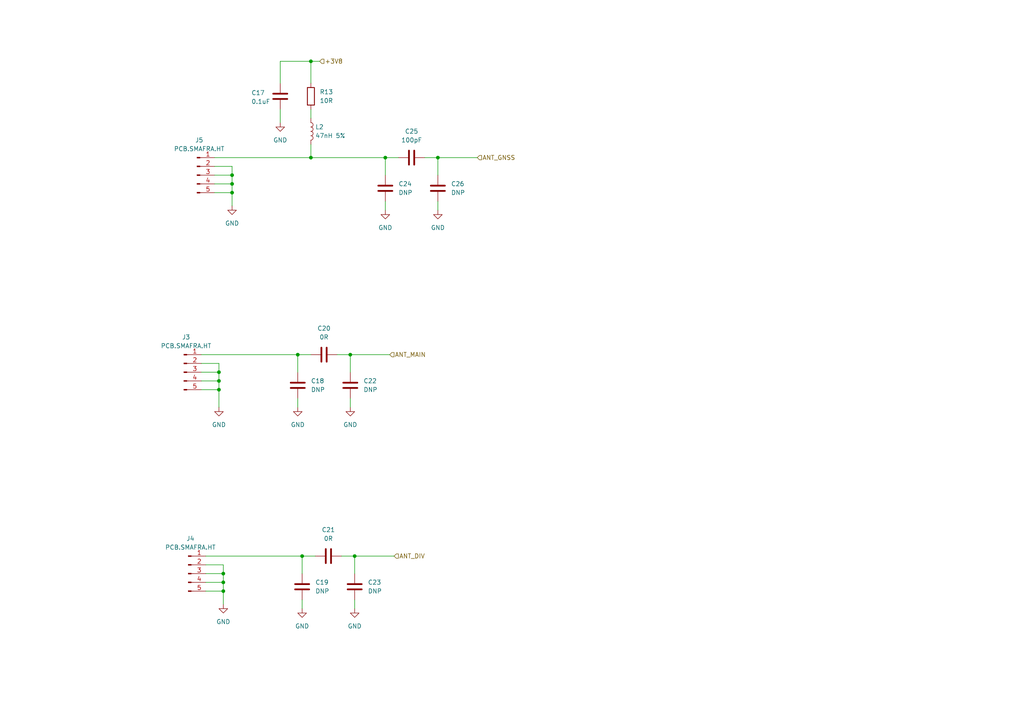
<source format=kicad_sch>
(kicad_sch (version 20231120) (generator "eeschema") (generator_version "7.99")
  (paper "A4")
  (lib_symbols
    (symbol "Connector:Conn_01x05_Pin" (pin_names (offset 1.016) hide)
      (property "Reference" "J" (at 0 7.62 0))
      (property "Value" "Conn_01x05_Pin" (at 0 -7.62 0))
      (symbol "Conn_01x05_Pin_1_1"
        (polyline (pts (xy 1.27 -5.08) (xy 0.8636 -5.08)) (stroke (width 0.1524)))
        (polyline (pts (xy 1.27 -2.54) (xy 0.8636 -2.54)) (stroke (width 0.1524)))
        (polyline (pts (xy 1.27 0) (xy 0.8636 0)) (stroke (width 0.1524)))
        (polyline (pts (xy 1.27 2.54) (xy 0.8636 2.54)) (stroke (width 0.1524)))
        (polyline (pts (xy 1.27 5.08) (xy 0.8636 5.08)) (stroke (width 0.1524)))
        (rectangle (start 0.8636 -4.953) (end 0 -5.207) (stroke (width 0.1524)) (fill (type outline)))
        (rectangle (start 0.8636 -2.413) (end 0 -2.667) (stroke (width 0.1524)) (fill (type outline)))
        (rectangle (start 0.8636 0.127) (end 0 -0.127) (stroke (width 0.1524)) (fill (type outline)))
        (rectangle (start 0.8636 2.667) (end 0 2.413) (stroke (width 0.1524)) (fill (type outline)))
        (rectangle (start 0.8636 5.207) (end 0 4.953) (stroke (width 0.1524)) (fill (type outline)))
        (pin passive line (at 5.08 5.08 180) (length 3.81) (name "Pin_1") (number "1"))
        (pin passive line (at 5.08 2.54 180) (length 3.81) (name "Pin_2") (number "2"))
        (pin passive line (at 5.08 0 180) (length 3.81) (name "Pin_3") (number "3"))
        (pin passive line (at 5.08 -2.54 180) (length 3.81) (name "Pin_4") (number "4"))
        (pin passive line (at 5.08 -5.08 180) (length 3.81) (name "Pin_5") (number "5"))
      )
    )
    (symbol "Device:C" (pin_numbers hide) (pin_names (offset 0.254))
      (property "Reference" "C" (at 0.635 2.54 0))
      (property "Value" "C" (at 0.635 -2.54 0))
      (symbol "C_0_1"
        (polyline (pts (xy -2.032 -0.762) (xy 2.032 -0.762)) (stroke (width 0.508)))
        (polyline (pts (xy -2.032 0.762) (xy 2.032 0.762)) (stroke (width 0.508)))
      )
      (symbol "C_1_1"
        (pin passive line (at 0 3.81 270) (length 2.794) (name "~") (number "1"))
        (pin passive line (at 0 -3.81 90) (length 2.794) (name "~") (number "2"))
      )
    )
    (symbol "Device:L" (pin_numbers hide) (pin_names (offset 1.016) hide)
      (property "Reference" "L" (at -1.27 0 90))
      (property "Value" "L" (at 1.905 0 90))
      (symbol "L_0_1"
        (arc (start 0 -2.54) (mid 0.6323 -1.905) (end 0 -1.27))
        (arc (start 0 -1.27) (mid 0.6323 -0.635) (end 0 0))
        (arc (start 0 0) (mid 0.6323 0.635) (end 0 1.27))
        (arc (start 0 1.27) (mid 0.6323 1.905) (end 0 2.54))
      )
      (symbol "L_1_1"
        (pin passive line (at 0 3.81 270) (length 1.27) (name "1") (number "1"))
        (pin passive line (at 0 -3.81 90) (length 1.27) (name "2") (number "2"))
      )
    )
    (symbol "Device:R" (pin_numbers hide) (pin_names (offset 0))
      (property "Reference" "R" (at 2.032 0 90))
      (property "Value" "R" (at 0 0 90))
      (symbol "R_0_1"
        (rectangle (start -1.016 -2.54) (end 1.016 2.54) (stroke (width 0.254)))
      )
      (symbol "R_1_1"
        (pin passive line (at 0 3.81 270) (length 1.27) (name "~") (number "1"))
        (pin passive line (at 0 -3.81 90) (length 1.27) (name "~") (number "2"))
      )
    )
    (symbol "power:GND" (power) (pin_names (offset 0))
      (property "Value" "GND" (at 0 -3.81 0))
      (symbol "GND_0_1"
        (polyline (pts (xy 0 0) (xy 0 -1.27) (xy 1.27 -1.27) (xy 0 -2.54) (xy -1.27 -1.27) (xy 0 -1.27)))
      )
      (symbol "GND_1_1"
        (pin power_in line (at 0 0 270) (length 0) hide (name "GND") (number "1"))
      )
    )
  )
  (junction (at 64.77 166.37))
  (junction (at 63.5 110.49))
  (junction (at 102.87 161.29))
  (junction (at 127 45.72))
  (junction (at 87.63 161.29))
  (junction (at 64.77 168.91))
  (junction (at 101.6 102.87))
  (junction (at 64.77 171.45))
  (junction (at 67.31 50.8))
  (junction (at 90.17 45.72))
  (junction (at 111.76 45.72))
  (junction (at 63.5 113.03))
  (junction (at 67.31 53.34))
  (junction (at 90.17 17.78))
  (junction (at 67.31 55.88))
  (junction (at 86.36 102.87))
  (junction (at 63.5 107.95))
  (wire (pts (xy 64.77 166.37) (xy 64.77 168.91)))
  (wire (pts (xy 90.17 17.78) (xy 90.17 24.13)))
  (wire (pts (xy 86.36 118.11) (xy 86.36 115.57)))
  (wire (pts (xy 81.28 17.78) (xy 90.17 17.78)))
  (wire (pts (xy 62.23 53.34) (xy 67.31 53.34)))
  (wire (pts (xy 67.31 55.88) (xy 67.31 59.69)))
  (wire (pts (xy 87.63 161.29) (xy 91.44 161.29)))
  (wire (pts (xy 101.6 102.87) (xy 113.03 102.87)))
  (wire (pts (xy 62.23 55.88) (xy 67.31 55.88)))
  (wire (pts (xy 67.31 48.26) (xy 67.31 50.8)))
  (wire (pts (xy 86.36 102.87) (xy 90.17 102.87)))
  (wire (pts (xy 59.69 163.83) (xy 64.77 163.83)))
  (wire (pts (xy 62.23 50.8) (xy 67.31 50.8)))
  (wire (pts (xy 97.79 102.87) (xy 101.6 102.87)))
  (wire (pts (xy 127 60.96) (xy 127 58.42)))
  (wire (pts (xy 90.17 45.72) (xy 111.76 45.72)))
  (wire (pts (xy 67.31 50.8) (xy 67.31 53.34)))
  (wire (pts (xy 64.77 163.83) (xy 64.77 166.37)))
  (wire (pts (xy 58.42 110.49) (xy 63.5 110.49)))
  (wire (pts (xy 63.5 113.03) (xy 63.5 118.11)))
  (wire (pts (xy 102.87 166.37) (xy 102.87 161.29)))
  (wire (pts (xy 99.06 161.29) (xy 102.87 161.29)))
  (wire (pts (xy 101.6 107.95) (xy 101.6 102.87)))
  (wire (pts (xy 102.87 176.53) (xy 102.87 173.99)))
  (wire (pts (xy 62.23 45.72) (xy 90.17 45.72)))
  (wire (pts (xy 81.28 31.75) (xy 81.28 35.56)))
  (wire (pts (xy 67.31 53.34) (xy 67.31 55.88)))
  (wire (pts (xy 127 50.8) (xy 127 45.72)))
  (wire (pts (xy 87.63 166.37) (xy 87.63 161.29)))
  (wire (pts (xy 58.42 113.03) (xy 63.5 113.03)))
  (wire (pts (xy 64.77 171.45) (xy 64.77 175.26)))
  (wire (pts (xy 111.76 50.8) (xy 111.76 45.72)))
  (wire (pts (xy 64.77 168.91) (xy 64.77 171.45)))
  (wire (pts (xy 58.42 105.41) (xy 63.5 105.41)))
  (wire (pts (xy 123.19 45.72) (xy 127 45.72)))
  (wire (pts (xy 86.36 107.95) (xy 86.36 102.87)))
  (wire (pts (xy 111.76 45.72) (xy 115.57 45.72)))
  (wire (pts (xy 63.5 110.49) (xy 63.5 113.03)))
  (wire (pts (xy 81.28 17.78) (xy 81.28 24.13)))
  (wire (pts (xy 90.17 41.91) (xy 90.17 45.72)))
  (wire (pts (xy 63.5 105.41) (xy 63.5 107.95)))
  (wire (pts (xy 111.76 60.96) (xy 111.76 58.42)))
  (wire (pts (xy 102.87 161.29) (xy 114.3 161.29)))
  (wire (pts (xy 58.42 102.87) (xy 86.36 102.87)))
  (wire (pts (xy 59.69 166.37) (xy 64.77 166.37)))
  (wire (pts (xy 59.69 168.91) (xy 64.77 168.91)))
  (wire (pts (xy 58.42 107.95) (xy 63.5 107.95)))
  (wire (pts (xy 62.23 48.26) (xy 67.31 48.26)))
  (wire (pts (xy 87.63 176.53) (xy 87.63 173.99)))
  (wire (pts (xy 63.5 107.95) (xy 63.5 110.49)))
  (wire (pts (xy 90.17 17.78) (xy 92.71 17.78)))
  (wire (pts (xy 90.17 31.75) (xy 90.17 34.29)))
  (wire (pts (xy 101.6 118.11) (xy 101.6 115.57)))
  (wire (pts (xy 59.69 161.29) (xy 87.63 161.29)))
  (wire (pts (xy 59.69 171.45) (xy 64.77 171.45)))
  (wire (pts (xy 127 45.72) (xy 138.43 45.72)))
  (hierarchical_label "+3V8" (shape input) (at 92.71 17.78 0))
  (hierarchical_label "ANT_GNSS" (shape input) (at 138.43 45.72 0))
  (hierarchical_label "ANT_DIV" (shape input) (at 114.3 161.29 0))
  (hierarchical_label "ANT_MAIN" (shape input) (at 113.03 102.87 0))
  (symbol (lib_id "power:GND") (at 63.5 118.11 0) (unit 1)
    (property "Reference" "#PWR025" (effects (hide yes)))
    (property "Value" "GND" (at 63.5 123.19 0))
    (property "Description" "Power symbol creates a global label with name \"GND\" , ground" (effects (hide yes)))
  )
  (symbol (lib_id "power:GND") (at 64.77 175.26 0) (unit 1)
    (property "Reference" "#PWR029" (effects (hide yes)))
    (property "Value" "GND" (at 64.77 180.34 0))
    (property "Description" "Power symbol creates a global label with name \"GND\" , ground" (effects (hide yes)))
  )
  (symbol (lib_id "Device:C") (at 127 54.61 0) (unit 1)
    (property "Reference" "C26" (at 130.81 53.3399 0) (effects (justify left)))
    (property "Value" "DNP" (at 130.81 55.8799 0) (effects (justify left)))
    (property "Footprint" "Capacitor_SMD:C_0603_1608Metric" (effects (hide yes)))
    (property "Description" "Unpolarized capacitor" (effects (hide yes)))
  )
  (symbol (lib_id "power:GND") (at 67.31 59.69 0) (unit 1)
    (property "Reference" "#PWR024" (effects (hide yes)))
    (property "Value" "GND" (at 67.31 64.77 0))
    (property "Description" "Power symbol creates a global label with name \"GND\" , ground" (effects (hide yes)))
  )
  (symbol (lib_id "power:GND") (at 102.87 176.53 0) (unit 1)
    (property "Reference" "#PWR032" (effects (hide yes)))
    (property "Value" "GND" (at 102.87 181.61 0))
    (property "Description" "Power symbol creates a global label with name \"GND\" , ground" (effects (hide yes)))
  )
  (symbol (lib_id "power:GND") (at 87.63 176.53 0) (unit 1)
    (property "Reference" "#PWR031" (effects (hide yes)))
    (property "Value" "GND" (at 87.63 181.61 0))
    (property "Description" "Power symbol creates a global label with name \"GND\" , ground" (effects (hide yes)))
  )
  (symbol (lib_id "Device:C") (at 81.28 27.94 0) (unit 1)
    (property "Reference" "C17" (at 72.898 26.924 0) (effects (justify left)))
    (property "Value" "0.1uF" (at 72.898 29.464 0) (effects (justify left)))
    (property "Footprint" "Capacitor_SMD:C_0603_1608Metric" (effects (hide yes)))
    (property "Description" "Unpolarized capacitor" (effects (hide yes)))
  )
  (symbol (lib_id "Device:C") (at 95.25 161.29 90) (unit 1)
    (property "Reference" "C21" (at 95.25 153.67 90))
    (property "Value" "0R" (at 95.25 156.21 90))
    (property "Footprint" "Capacitor_SMD:C_0603_1608Metric" (effects (hide yes)))
    (property "Description" "Unpolarized capacitor" (effects (hide yes)))
  )
  (symbol (lib_id "Device:C") (at 102.87 170.18 0) (unit 1)
    (property "Reference" "C23" (at 106.68 168.9099 0) (effects (justify left)))
    (property "Value" "DNP" (at 106.68 171.4499 0) (effects (justify left)))
    (property "Footprint" "Capacitor_SMD:C_0603_1608Metric" (effects (hide yes)))
    (property "Description" "Unpolarized capacitor" (effects (hide yes)))
  )
  (symbol (lib_id "Device:L") (at 90.17 38.1 0) (unit 1)
    (property "Reference" "L2" (at 91.44 36.8299 0) (effects (justify left)))
    (property "Value" "47nH 5%" (at 91.44 39.3699 0) (effects (justify left)))
    (property "Footprint" "Inductor_SMD:L_0402_1005Metric" (effects (hide yes)))
    (property "Datasheet" "  300mA 47nH ±5% 720mΩ 0402 Inductors (SMD) ROHS" (effects (hide yes)))
    (property "Description" "300mA 47nH ±5% 720mΩ 0402 Inductors (SMD) ROHS" (effects (hide yes)))
    (property "MPN" "LQG15HS47NJ02D" (effects (hide yes)))
  )
  (symbol (lib_id "Device:R") (at 90.17 27.94 0) (unit 1)
    (property "Reference" "R13" (at 92.71 26.6699 0) (effects (justify left)))
    (property "Value" "10R" (at 92.71 29.2099 0) (effects (justify left)))
    (property "Footprint" "Resistor_SMD:R_0603_1608Metric" (effects (hide yes)))
    (property "Description" "Resistor" (effects (hide yes)))
  )
  (symbol (lib_id "power:GND") (at 81.28 35.56 0) (unit 1)
    (property "Reference" "#PWR013" (effects (hide yes)))
    (property "Value" "GND" (at 81.28 40.64 0))
    (property "Description" "Power symbol creates a global label with name \"GND\" , ground" (effects (hide yes)))
  )
  (symbol (lib_id "Connector:Conn_01x05_Pin") (at 53.34 107.95 0) (unit 1)
    (property "Reference" "J3" (at 53.975 97.79 0))
    (property "Value" "PCB.SMAFRA.HT" (at 53.975 100.33 0))
    (property "Footprint" "Library:PCB.SMAFRA.HT" (effects (hide yes)))
    (property "Description" "  SMA Connector Jack, Female Socket 50 Ohms Through Hole, Right Angle Solder" (effects (hide yes)))
  )
  (symbol (lib_id "power:GND") (at 111.76 60.96 0) (unit 1)
    (property "Reference" "#PWR022" (effects (hide yes)))
    (property "Value" "GND" (at 111.76 66.04 0))
    (property "Description" "Power symbol creates a global label with name \"GND\" , ground" (effects (hide yes)))
  )
  (symbol (lib_id "Device:C") (at 101.6 111.76 0) (unit 1)
    (property "Reference" "C22" (at 105.41 110.4899 0) (effects (justify left)))
    (property "Value" "DNP" (at 105.41 113.0299 0) (effects (justify left)))
    (property "Footprint" "Capacitor_SMD:C_0603_1608Metric" (effects (hide yes)))
    (property "Description" "Unpolarized capacitor" (effects (hide yes)))
  )
  (symbol (lib_id "power:GND") (at 101.6 118.11 0) (unit 1)
    (property "Reference" "#PWR028" (effects (hide yes)))
    (property "Value" "GND" (at 101.6 123.19 0))
    (property "Description" "Power symbol creates a global label with name \"GND\" , ground" (effects (hide yes)))
  )
  (symbol (lib_id "Connector:Conn_01x05_Pin") (at 57.15 50.8 0) (unit 1)
    (property "Reference" "J5" (at 57.785 40.64 0))
    (property "Value" "PCB.SMAFRA.HT" (at 57.785 43.18 0))
    (property "Footprint" "Library:PCB.SMAFRA.HT" (effects (hide yes)))
    (property "Description" "  SMA Connector Jack, Female Socket 50 Ohms Through Hole, Right Angle Solder" (effects (hide yes)))
  )
  (symbol (lib_id "Device:C") (at 111.76 54.61 180) (unit 1)
    (property "Reference" "C24" (at 115.57 53.3399 0) (effects (justify right)))
    (property "Value" "DNP" (at 115.57 55.8799 0) (effects (justify right)))
    (property "Footprint" "Capacitor_SMD:C_0603_1608Metric" (effects (hide yes)))
    (property "Description" "Unpolarized capacitor" (effects (hide yes)))
  )
  (symbol (lib_id "Device:C") (at 86.36 111.76 180) (unit 1)
    (property "Reference" "C18" (at 90.17 110.4899 0) (effects (justify right)))
    (property "Value" "DNP" (at 90.17 113.0299 0) (effects (justify right)))
    (property "Footprint" "Capacitor_SMD:C_0603_1608Metric" (effects (hide yes)))
    (property "Description" "Unpolarized capacitor" (effects (hide yes)))
  )
  (symbol (lib_id "Device:C") (at 93.98 102.87 90) (unit 1)
    (property "Reference" "C20" (at 93.98 95.25 90))
    (property "Value" "0R" (at 93.98 97.79 90))
    (property "Footprint" "Capacitor_SMD:C_0603_1608Metric" (effects (hide yes)))
    (property "Description" "Unpolarized capacitor" (effects (hide yes)))
  )
  (symbol (lib_id "Device:C") (at 119.38 45.72 90) (unit 1)
    (property "Reference" "C25" (at 119.38 38.1 90))
    (property "Value" "100pF" (at 119.38 40.64 90))
    (property "Footprint" "Capacitor_SMD:C_0603_1608Metric" (effects (hide yes)))
    (property "Description" "Unpolarized capacitor" (effects (hide yes)))
  )
  (symbol (lib_id "power:GND") (at 86.36 118.11 0) (unit 1)
    (property "Reference" "#PWR027" (effects (hide yes)))
    (property "Value" "GND" (at 86.36 123.19 0))
    (property "Description" "Power symbol creates a global label with name \"GND\" , ground" (effects (hide yes)))
  )
  (symbol (lib_id "Device:C") (at 87.63 170.18 180) (unit 1)
    (property "Reference" "C19" (at 91.44 168.9099 0) (effects (justify right)))
    (property "Value" "DNP" (at 91.44 171.4499 0) (effects (justify right)))
    (property "Footprint" "Capacitor_SMD:C_0603_1608Metric" (effects (hide yes)))
    (property "Description" "Unpolarized capacitor" (effects (hide yes)))
  )
  (symbol (lib_id "Connector:Conn_01x05_Pin") (at 54.61 166.37 0) (unit 1)
    (property "Reference" "J4" (at 55.245 156.21 0))
    (property "Value" "PCB.SMAFRA.HT" (at 55.245 158.75 0))
    (property "Footprint" "Library:PCB.SMAFRA.HT" (effects (hide yes)))
    (property "Description" "  SMA Connector Jack, Female Socket 50 Ohms Through Hole, Right Angle Solder" (effects (hide yes)))
  )
  (symbol (lib_id "power:GND") (at 127 60.96 0) (unit 1)
    (property "Reference" "#PWR023" (effects (hide yes)))
    (property "Value" "GND" (at 127 66.04 0))
    (property "Description" "Power symbol creates a global label with name \"GND\" , ground" (effects (hide yes)))
  )
)
</source>
